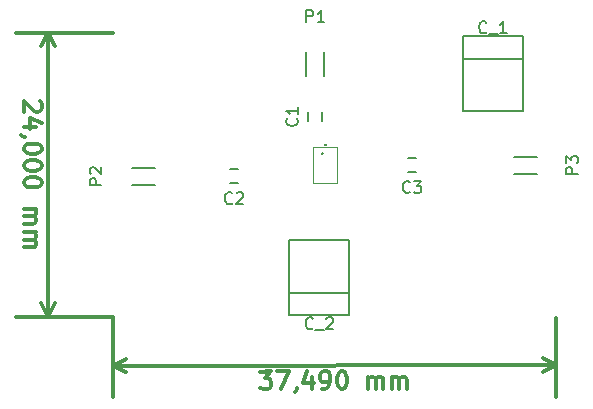
<source format=gbr>
G04 #@! TF.FileFunction,Legend,Top*
%FSLAX46Y46*%
G04 Gerber Fmt 4.6, Leading zero omitted, Abs format (unit mm)*
G04 Created by KiCad (PCBNEW 4.0.2+dfsg1-stable) date Qua 18 Mai 2016 07:41:20 BRT*
%MOMM*%
G01*
G04 APERTURE LIST*
%ADD10C,0.100000*%
%ADD11C,0.300000*%
%ADD12C,0.150000*%
%ADD13C,0.050000*%
%ADD14C,0.031750*%
G04 APERTURE END LIST*
D10*
D11*
X125308571Y-91785715D02*
X125380000Y-91857144D01*
X125451429Y-92000001D01*
X125451429Y-92357144D01*
X125380000Y-92500001D01*
X125308571Y-92571430D01*
X125165714Y-92642858D01*
X125022857Y-92642858D01*
X124808571Y-92571430D01*
X123951429Y-91714287D01*
X123951429Y-92642858D01*
X124951429Y-93928572D02*
X123951429Y-93928572D01*
X125522857Y-93571429D02*
X124451429Y-93214286D01*
X124451429Y-94142858D01*
X124022857Y-94785714D02*
X123951429Y-94785714D01*
X123808571Y-94714286D01*
X123737143Y-94642857D01*
X125451429Y-95714286D02*
X125451429Y-95857143D01*
X125380000Y-96000000D01*
X125308571Y-96071429D01*
X125165714Y-96142858D01*
X124880000Y-96214286D01*
X124522857Y-96214286D01*
X124237143Y-96142858D01*
X124094286Y-96071429D01*
X124022857Y-96000000D01*
X123951429Y-95857143D01*
X123951429Y-95714286D01*
X124022857Y-95571429D01*
X124094286Y-95500000D01*
X124237143Y-95428572D01*
X124522857Y-95357143D01*
X124880000Y-95357143D01*
X125165714Y-95428572D01*
X125308571Y-95500000D01*
X125380000Y-95571429D01*
X125451429Y-95714286D01*
X125451429Y-97142857D02*
X125451429Y-97285714D01*
X125380000Y-97428571D01*
X125308571Y-97500000D01*
X125165714Y-97571429D01*
X124880000Y-97642857D01*
X124522857Y-97642857D01*
X124237143Y-97571429D01*
X124094286Y-97500000D01*
X124022857Y-97428571D01*
X123951429Y-97285714D01*
X123951429Y-97142857D01*
X124022857Y-97000000D01*
X124094286Y-96928571D01*
X124237143Y-96857143D01*
X124522857Y-96785714D01*
X124880000Y-96785714D01*
X125165714Y-96857143D01*
X125308571Y-96928571D01*
X125380000Y-97000000D01*
X125451429Y-97142857D01*
X125451429Y-98571428D02*
X125451429Y-98714285D01*
X125380000Y-98857142D01*
X125308571Y-98928571D01*
X125165714Y-99000000D01*
X124880000Y-99071428D01*
X124522857Y-99071428D01*
X124237143Y-99000000D01*
X124094286Y-98928571D01*
X124022857Y-98857142D01*
X123951429Y-98714285D01*
X123951429Y-98571428D01*
X124022857Y-98428571D01*
X124094286Y-98357142D01*
X124237143Y-98285714D01*
X124522857Y-98214285D01*
X124880000Y-98214285D01*
X125165714Y-98285714D01*
X125308571Y-98357142D01*
X125380000Y-98428571D01*
X125451429Y-98571428D01*
X123951429Y-100857142D02*
X124951429Y-100857142D01*
X124808571Y-100857142D02*
X124880000Y-100928570D01*
X124951429Y-101071428D01*
X124951429Y-101285713D01*
X124880000Y-101428570D01*
X124737143Y-101499999D01*
X123951429Y-101499999D01*
X124737143Y-101499999D02*
X124880000Y-101571428D01*
X124951429Y-101714285D01*
X124951429Y-101928570D01*
X124880000Y-102071428D01*
X124737143Y-102142856D01*
X123951429Y-102142856D01*
X123951429Y-102857142D02*
X124951429Y-102857142D01*
X124808571Y-102857142D02*
X124880000Y-102928570D01*
X124951429Y-103071428D01*
X124951429Y-103285713D01*
X124880000Y-103428570D01*
X124737143Y-103499999D01*
X123951429Y-103499999D01*
X124737143Y-103499999D02*
X124880000Y-103571428D01*
X124951429Y-103714285D01*
X124951429Y-103928570D01*
X124880000Y-104071428D01*
X124737143Y-104142856D01*
X123951429Y-104142856D01*
X125980000Y-86000000D02*
X125980000Y-110000000D01*
X131500000Y-86000000D02*
X123280000Y-86000000D01*
X131500000Y-110000000D02*
X123280000Y-110000000D01*
X125980000Y-110000000D02*
X125393579Y-108873496D01*
X125980000Y-110000000D02*
X126566421Y-108873496D01*
X125980000Y-86000000D02*
X125393579Y-87126504D01*
X125980000Y-86000000D02*
X126566421Y-87126504D01*
X143968816Y-114652306D02*
X144897385Y-114650324D01*
X144398606Y-115222819D01*
X144612891Y-115222362D01*
X144755900Y-115293486D01*
X144827482Y-115364761D01*
X144899214Y-115507466D01*
X144899977Y-115864608D01*
X144828854Y-116007617D01*
X144757577Y-116079198D01*
X144614873Y-116150931D01*
X144186302Y-116151845D01*
X144043293Y-116080722D01*
X143971712Y-116009446D01*
X145397384Y-114649258D02*
X146397382Y-114647124D01*
X145757727Y-116148492D01*
X147043285Y-116074321D02*
X147043437Y-116145748D01*
X146972314Y-116288759D01*
X146901038Y-116360339D01*
X148327015Y-115143007D02*
X148329149Y-116143005D01*
X147968654Y-114572343D02*
X147613798Y-115644530D01*
X148542368Y-115642549D01*
X149186289Y-116141176D02*
X149472004Y-116140566D01*
X149614708Y-116068833D01*
X149685983Y-115997252D01*
X149828384Y-115782663D01*
X149899202Y-115496796D01*
X149897983Y-114925369D01*
X149826250Y-114782665D01*
X149754669Y-114711389D01*
X149611660Y-114640265D01*
X149325946Y-114640874D01*
X149183241Y-114712608D01*
X149111966Y-114784189D01*
X149040842Y-114927198D01*
X149041604Y-115284341D01*
X149113337Y-115427045D01*
X149184918Y-115498320D01*
X149327928Y-115569444D01*
X149613641Y-115568835D01*
X149756345Y-115497101D01*
X149827622Y-115425521D01*
X149898745Y-115282512D01*
X150825942Y-114637674D02*
X150968799Y-114637369D01*
X151111808Y-114708493D01*
X151183389Y-114779769D01*
X151255123Y-114922473D01*
X151327160Y-115208034D01*
X151327922Y-115565176D01*
X151257104Y-115851042D01*
X151185980Y-115994051D01*
X151114704Y-116065633D01*
X150971999Y-116137365D01*
X150829143Y-116137670D01*
X150686134Y-116066547D01*
X150614552Y-115995271D01*
X150542820Y-115852566D01*
X150470781Y-115567005D01*
X150470019Y-115209863D01*
X150540838Y-114923998D01*
X150611961Y-114780988D01*
X150683238Y-114709407D01*
X150825942Y-114637674D01*
X153114851Y-116132793D02*
X153112718Y-115132795D01*
X153113022Y-115275653D02*
X153184298Y-115204071D01*
X153327003Y-115132338D01*
X153541288Y-115131880D01*
X153684297Y-115203004D01*
X153756030Y-115345709D01*
X153757707Y-116131421D01*
X153756030Y-115345709D02*
X153827154Y-115202700D01*
X153969859Y-115130966D01*
X154184143Y-115130509D01*
X154327153Y-115201633D01*
X154398886Y-115344337D01*
X154400563Y-116130049D01*
X155114847Y-116128525D02*
X155112713Y-115128527D01*
X155113018Y-115271385D02*
X155184293Y-115199804D01*
X155326999Y-115128070D01*
X155541283Y-115127613D01*
X155684292Y-115198737D01*
X155756026Y-115341441D01*
X155757702Y-116127153D01*
X155756026Y-115341441D02*
X155827150Y-115198432D01*
X155969854Y-115126698D01*
X156184139Y-115126241D01*
X156327149Y-115197365D01*
X156398881Y-115340069D01*
X156400558Y-116125781D01*
X168998387Y-114070323D02*
X131508387Y-114150323D01*
X168990000Y-110140000D02*
X169004149Y-116770317D01*
X131500000Y-110220000D02*
X131514149Y-116850317D01*
X131508387Y-114150323D02*
X132633637Y-113561500D01*
X131508387Y-114150323D02*
X132636140Y-114734339D01*
X168998387Y-114070323D02*
X167870634Y-113486307D01*
X168998387Y-114070323D02*
X167873137Y-114659146D01*
D12*
X166210000Y-88190000D02*
X161130000Y-88190000D01*
X166210000Y-92635000D02*
X161130000Y-92635000D01*
X161130000Y-86285000D02*
X166210000Y-86285000D01*
X161130000Y-86285000D02*
X161130000Y-92635000D01*
X166210000Y-86285000D02*
X166210000Y-92635000D01*
X146430000Y-107990000D02*
X151510000Y-107990000D01*
X146430000Y-103545000D02*
X151510000Y-103545000D01*
X151510000Y-109895000D02*
X146430000Y-109895000D01*
X151510000Y-109895000D02*
X151510000Y-103545000D01*
X146430000Y-109895000D02*
X146430000Y-103545000D01*
X167420000Y-97930500D02*
X165420000Y-97930500D01*
X167420000Y-96449500D02*
X165420000Y-96449500D01*
X149350500Y-87610000D02*
X149350500Y-89610000D01*
X147869500Y-87610000D02*
X147869500Y-89610000D01*
X133070000Y-97389500D02*
X135070000Y-97389500D01*
X133070000Y-98870500D02*
X135070000Y-98870500D01*
X142100000Y-98730000D02*
X141400000Y-98730000D01*
X141400000Y-97530000D02*
X142100000Y-97530000D01*
X157150000Y-97770000D02*
X156450000Y-97770000D01*
X156450000Y-96570000D02*
X157150000Y-96570000D01*
X148010000Y-93410000D02*
X148010000Y-92710000D01*
X149210000Y-92710000D02*
X149210000Y-93410000D01*
D13*
X149326301Y-96210000D02*
G75*
G03X149326301Y-96210000I-106301J0D01*
G01*
X148440000Y-95670000D02*
X148440000Y-98670000D01*
X148440000Y-98670000D02*
X150440000Y-98670000D01*
X150440000Y-98670000D02*
X150440000Y-95670000D01*
X150440000Y-95670000D02*
X148440000Y-95670000D01*
D12*
X163122381Y-85917143D02*
X163074762Y-85964762D01*
X162931905Y-86012381D01*
X162836667Y-86012381D01*
X162693809Y-85964762D01*
X162598571Y-85869524D01*
X162550952Y-85774286D01*
X162503333Y-85583810D01*
X162503333Y-85440952D01*
X162550952Y-85250476D01*
X162598571Y-85155238D01*
X162693809Y-85060000D01*
X162836667Y-85012381D01*
X162931905Y-85012381D01*
X163074762Y-85060000D01*
X163122381Y-85107619D01*
X163312857Y-86107619D02*
X164074762Y-86107619D01*
X164836667Y-86012381D02*
X164265238Y-86012381D01*
X164550952Y-86012381D02*
X164550952Y-85012381D01*
X164455714Y-85155238D01*
X164360476Y-85250476D01*
X164265238Y-85298095D01*
X148422381Y-110977143D02*
X148374762Y-111024762D01*
X148231905Y-111072381D01*
X148136667Y-111072381D01*
X147993809Y-111024762D01*
X147898571Y-110929524D01*
X147850952Y-110834286D01*
X147803333Y-110643810D01*
X147803333Y-110500952D01*
X147850952Y-110310476D01*
X147898571Y-110215238D01*
X147993809Y-110120000D01*
X148136667Y-110072381D01*
X148231905Y-110072381D01*
X148374762Y-110120000D01*
X148422381Y-110167619D01*
X148612857Y-111167619D02*
X149374762Y-111167619D01*
X149565238Y-110167619D02*
X149612857Y-110120000D01*
X149708095Y-110072381D01*
X149946191Y-110072381D01*
X150041429Y-110120000D01*
X150089048Y-110167619D01*
X150136667Y-110262857D01*
X150136667Y-110358095D01*
X150089048Y-110500952D01*
X149517619Y-111072381D01*
X150136667Y-111072381D01*
X170872381Y-97928095D02*
X169872381Y-97928095D01*
X169872381Y-97547142D01*
X169920000Y-97451904D01*
X169967619Y-97404285D01*
X170062857Y-97356666D01*
X170205714Y-97356666D01*
X170300952Y-97404285D01*
X170348571Y-97451904D01*
X170396190Y-97547142D01*
X170396190Y-97928095D01*
X169872381Y-97023333D02*
X169872381Y-96404285D01*
X170253333Y-96737619D01*
X170253333Y-96594761D01*
X170300952Y-96499523D01*
X170348571Y-96451904D01*
X170443810Y-96404285D01*
X170681905Y-96404285D01*
X170777143Y-96451904D01*
X170824762Y-96499523D01*
X170872381Y-96594761D01*
X170872381Y-96880476D01*
X170824762Y-96975714D01*
X170777143Y-97023333D01*
X147871905Y-85062381D02*
X147871905Y-84062381D01*
X148252858Y-84062381D01*
X148348096Y-84110000D01*
X148395715Y-84157619D01*
X148443334Y-84252857D01*
X148443334Y-84395714D01*
X148395715Y-84490952D01*
X148348096Y-84538571D01*
X148252858Y-84586190D01*
X147871905Y-84586190D01*
X149395715Y-85062381D02*
X148824286Y-85062381D01*
X149110000Y-85062381D02*
X149110000Y-84062381D01*
X149014762Y-84205238D01*
X148919524Y-84300476D01*
X148824286Y-84348095D01*
X130522381Y-98868095D02*
X129522381Y-98868095D01*
X129522381Y-98487142D01*
X129570000Y-98391904D01*
X129617619Y-98344285D01*
X129712857Y-98296666D01*
X129855714Y-98296666D01*
X129950952Y-98344285D01*
X129998571Y-98391904D01*
X130046190Y-98487142D01*
X130046190Y-98868095D01*
X129617619Y-97915714D02*
X129570000Y-97868095D01*
X129522381Y-97772857D01*
X129522381Y-97534761D01*
X129570000Y-97439523D01*
X129617619Y-97391904D01*
X129712857Y-97344285D01*
X129808095Y-97344285D01*
X129950952Y-97391904D01*
X130522381Y-97963333D01*
X130522381Y-97344285D01*
X141583334Y-100387143D02*
X141535715Y-100434762D01*
X141392858Y-100482381D01*
X141297620Y-100482381D01*
X141154762Y-100434762D01*
X141059524Y-100339524D01*
X141011905Y-100244286D01*
X140964286Y-100053810D01*
X140964286Y-99910952D01*
X141011905Y-99720476D01*
X141059524Y-99625238D01*
X141154762Y-99530000D01*
X141297620Y-99482381D01*
X141392858Y-99482381D01*
X141535715Y-99530000D01*
X141583334Y-99577619D01*
X141964286Y-99577619D02*
X142011905Y-99530000D01*
X142107143Y-99482381D01*
X142345239Y-99482381D01*
X142440477Y-99530000D01*
X142488096Y-99577619D01*
X142535715Y-99672857D01*
X142535715Y-99768095D01*
X142488096Y-99910952D01*
X141916667Y-100482381D01*
X142535715Y-100482381D01*
X156633334Y-99427143D02*
X156585715Y-99474762D01*
X156442858Y-99522381D01*
X156347620Y-99522381D01*
X156204762Y-99474762D01*
X156109524Y-99379524D01*
X156061905Y-99284286D01*
X156014286Y-99093810D01*
X156014286Y-98950952D01*
X156061905Y-98760476D01*
X156109524Y-98665238D01*
X156204762Y-98570000D01*
X156347620Y-98522381D01*
X156442858Y-98522381D01*
X156585715Y-98570000D01*
X156633334Y-98617619D01*
X156966667Y-98522381D02*
X157585715Y-98522381D01*
X157252381Y-98903333D01*
X157395239Y-98903333D01*
X157490477Y-98950952D01*
X157538096Y-98998571D01*
X157585715Y-99093810D01*
X157585715Y-99331905D01*
X157538096Y-99427143D01*
X157490477Y-99474762D01*
X157395239Y-99522381D01*
X157109524Y-99522381D01*
X157014286Y-99474762D01*
X156966667Y-99427143D01*
X147067143Y-93226666D02*
X147114762Y-93274285D01*
X147162381Y-93417142D01*
X147162381Y-93512380D01*
X147114762Y-93655238D01*
X147019524Y-93750476D01*
X146924286Y-93798095D01*
X146733810Y-93845714D01*
X146590952Y-93845714D01*
X146400476Y-93798095D01*
X146305238Y-93750476D01*
X146210000Y-93655238D01*
X146162381Y-93512380D01*
X146162381Y-93417142D01*
X146210000Y-93274285D01*
X146257619Y-93226666D01*
X147162381Y-92274285D02*
X147162381Y-92845714D01*
X147162381Y-92560000D02*
X146162381Y-92560000D01*
X146305238Y-92655238D01*
X146400476Y-92750476D01*
X146448095Y-92845714D01*
D14*
X149343238Y-95380452D02*
X149343238Y-95483262D01*
X149349286Y-95495357D01*
X149355333Y-95501405D01*
X149367429Y-95507452D01*
X149391619Y-95507452D01*
X149403714Y-95501405D01*
X149409762Y-95495357D01*
X149415810Y-95483262D01*
X149415810Y-95380452D01*
X149542810Y-95507452D02*
X149470238Y-95507452D01*
X149506524Y-95507452D02*
X149506524Y-95380452D01*
X149494429Y-95398595D01*
X149482334Y-95410690D01*
X149470238Y-95416738D01*
M02*

</source>
